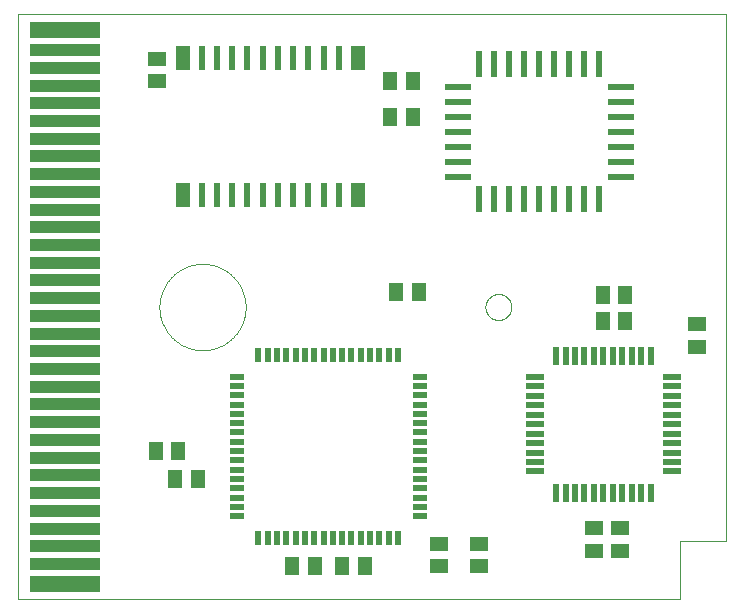
<source format=gtp>
G75*
%MOIN*%
%OFA0B0*%
%FSLAX25Y25*%
%IPPOS*%
%LPD*%
%AMOC8*
5,1,8,0,0,1.08239X$1,22.5*
%
%ADD10C,0.00000*%
%ADD11R,0.04724X0.07874*%
%ADD12R,0.02362X0.07874*%
%ADD13R,0.23622X0.05512*%
%ADD14R,0.23622X0.03937*%
%ADD15R,0.08661X0.02362*%
%ADD16R,0.02362X0.08661*%
%ADD17R,0.02200X0.04700*%
%ADD18R,0.04700X0.02200*%
%ADD19R,0.05906X0.05118*%
%ADD20R,0.05118X0.05906*%
%ADD21R,0.01969X0.05906*%
%ADD22R,0.05906X0.01969*%
D10*
X0001000Y0001000D02*
X0001000Y0196000D01*
X0237000Y0196000D01*
X0237000Y0020500D01*
X0221900Y0020500D01*
X0221900Y0001000D01*
X0001000Y0001000D01*
X0048244Y0098441D02*
X0048248Y0098794D01*
X0048261Y0099146D01*
X0048283Y0099498D01*
X0048313Y0099850D01*
X0048352Y0100200D01*
X0048400Y0100550D01*
X0048456Y0100898D01*
X0048520Y0101244D01*
X0048593Y0101589D01*
X0048675Y0101933D01*
X0048765Y0102274D01*
X0048863Y0102612D01*
X0048969Y0102949D01*
X0049084Y0103282D01*
X0049207Y0103613D01*
X0049338Y0103940D01*
X0049477Y0104264D01*
X0049624Y0104585D01*
X0049778Y0104902D01*
X0049941Y0105215D01*
X0050111Y0105524D01*
X0050288Y0105829D01*
X0050473Y0106129D01*
X0050666Y0106425D01*
X0050865Y0106715D01*
X0051072Y0107001D01*
X0051285Y0107282D01*
X0051506Y0107557D01*
X0051733Y0107827D01*
X0051967Y0108091D01*
X0052207Y0108350D01*
X0052453Y0108602D01*
X0052705Y0108848D01*
X0052964Y0109088D01*
X0053228Y0109322D01*
X0053498Y0109549D01*
X0053773Y0109770D01*
X0054054Y0109983D01*
X0054340Y0110190D01*
X0054630Y0110389D01*
X0054926Y0110582D01*
X0055226Y0110767D01*
X0055531Y0110944D01*
X0055840Y0111114D01*
X0056153Y0111277D01*
X0056470Y0111431D01*
X0056791Y0111578D01*
X0057115Y0111717D01*
X0057442Y0111848D01*
X0057773Y0111971D01*
X0058106Y0112086D01*
X0058443Y0112192D01*
X0058781Y0112290D01*
X0059122Y0112380D01*
X0059466Y0112462D01*
X0059811Y0112535D01*
X0060157Y0112599D01*
X0060505Y0112655D01*
X0060855Y0112703D01*
X0061205Y0112742D01*
X0061557Y0112772D01*
X0061909Y0112794D01*
X0062261Y0112807D01*
X0062614Y0112811D01*
X0062967Y0112807D01*
X0063319Y0112794D01*
X0063671Y0112772D01*
X0064023Y0112742D01*
X0064373Y0112703D01*
X0064723Y0112655D01*
X0065071Y0112599D01*
X0065417Y0112535D01*
X0065762Y0112462D01*
X0066106Y0112380D01*
X0066447Y0112290D01*
X0066785Y0112192D01*
X0067122Y0112086D01*
X0067455Y0111971D01*
X0067786Y0111848D01*
X0068113Y0111717D01*
X0068437Y0111578D01*
X0068758Y0111431D01*
X0069075Y0111277D01*
X0069388Y0111114D01*
X0069697Y0110944D01*
X0070002Y0110767D01*
X0070302Y0110582D01*
X0070598Y0110389D01*
X0070888Y0110190D01*
X0071174Y0109983D01*
X0071455Y0109770D01*
X0071730Y0109549D01*
X0072000Y0109322D01*
X0072264Y0109088D01*
X0072523Y0108848D01*
X0072775Y0108602D01*
X0073021Y0108350D01*
X0073261Y0108091D01*
X0073495Y0107827D01*
X0073722Y0107557D01*
X0073943Y0107282D01*
X0074156Y0107001D01*
X0074363Y0106715D01*
X0074562Y0106425D01*
X0074755Y0106129D01*
X0074940Y0105829D01*
X0075117Y0105524D01*
X0075287Y0105215D01*
X0075450Y0104902D01*
X0075604Y0104585D01*
X0075751Y0104264D01*
X0075890Y0103940D01*
X0076021Y0103613D01*
X0076144Y0103282D01*
X0076259Y0102949D01*
X0076365Y0102612D01*
X0076463Y0102274D01*
X0076553Y0101933D01*
X0076635Y0101589D01*
X0076708Y0101244D01*
X0076772Y0100898D01*
X0076828Y0100550D01*
X0076876Y0100200D01*
X0076915Y0099850D01*
X0076945Y0099498D01*
X0076967Y0099146D01*
X0076980Y0098794D01*
X0076984Y0098441D01*
X0076980Y0098088D01*
X0076967Y0097736D01*
X0076945Y0097384D01*
X0076915Y0097032D01*
X0076876Y0096682D01*
X0076828Y0096332D01*
X0076772Y0095984D01*
X0076708Y0095638D01*
X0076635Y0095293D01*
X0076553Y0094949D01*
X0076463Y0094608D01*
X0076365Y0094270D01*
X0076259Y0093933D01*
X0076144Y0093600D01*
X0076021Y0093269D01*
X0075890Y0092942D01*
X0075751Y0092618D01*
X0075604Y0092297D01*
X0075450Y0091980D01*
X0075287Y0091667D01*
X0075117Y0091358D01*
X0074940Y0091053D01*
X0074755Y0090753D01*
X0074562Y0090457D01*
X0074363Y0090167D01*
X0074156Y0089881D01*
X0073943Y0089600D01*
X0073722Y0089325D01*
X0073495Y0089055D01*
X0073261Y0088791D01*
X0073021Y0088532D01*
X0072775Y0088280D01*
X0072523Y0088034D01*
X0072264Y0087794D01*
X0072000Y0087560D01*
X0071730Y0087333D01*
X0071455Y0087112D01*
X0071174Y0086899D01*
X0070888Y0086692D01*
X0070598Y0086493D01*
X0070302Y0086300D01*
X0070002Y0086115D01*
X0069697Y0085938D01*
X0069388Y0085768D01*
X0069075Y0085605D01*
X0068758Y0085451D01*
X0068437Y0085304D01*
X0068113Y0085165D01*
X0067786Y0085034D01*
X0067455Y0084911D01*
X0067122Y0084796D01*
X0066785Y0084690D01*
X0066447Y0084592D01*
X0066106Y0084502D01*
X0065762Y0084420D01*
X0065417Y0084347D01*
X0065071Y0084283D01*
X0064723Y0084227D01*
X0064373Y0084179D01*
X0064023Y0084140D01*
X0063671Y0084110D01*
X0063319Y0084088D01*
X0062967Y0084075D01*
X0062614Y0084071D01*
X0062261Y0084075D01*
X0061909Y0084088D01*
X0061557Y0084110D01*
X0061205Y0084140D01*
X0060855Y0084179D01*
X0060505Y0084227D01*
X0060157Y0084283D01*
X0059811Y0084347D01*
X0059466Y0084420D01*
X0059122Y0084502D01*
X0058781Y0084592D01*
X0058443Y0084690D01*
X0058106Y0084796D01*
X0057773Y0084911D01*
X0057442Y0085034D01*
X0057115Y0085165D01*
X0056791Y0085304D01*
X0056470Y0085451D01*
X0056153Y0085605D01*
X0055840Y0085768D01*
X0055531Y0085938D01*
X0055226Y0086115D01*
X0054926Y0086300D01*
X0054630Y0086493D01*
X0054340Y0086692D01*
X0054054Y0086899D01*
X0053773Y0087112D01*
X0053498Y0087333D01*
X0053228Y0087560D01*
X0052964Y0087794D01*
X0052705Y0088034D01*
X0052453Y0088280D01*
X0052207Y0088532D01*
X0051967Y0088791D01*
X0051733Y0089055D01*
X0051506Y0089325D01*
X0051285Y0089600D01*
X0051072Y0089881D01*
X0050865Y0090167D01*
X0050666Y0090457D01*
X0050473Y0090753D01*
X0050288Y0091053D01*
X0050111Y0091358D01*
X0049941Y0091667D01*
X0049778Y0091980D01*
X0049624Y0092297D01*
X0049477Y0092618D01*
X0049338Y0092942D01*
X0049207Y0093269D01*
X0049084Y0093600D01*
X0048969Y0093933D01*
X0048863Y0094270D01*
X0048765Y0094608D01*
X0048675Y0094949D01*
X0048593Y0095293D01*
X0048520Y0095638D01*
X0048456Y0095984D01*
X0048400Y0096332D01*
X0048352Y0096682D01*
X0048313Y0097032D01*
X0048283Y0097384D01*
X0048261Y0097736D01*
X0048248Y0098088D01*
X0048244Y0098441D01*
X0156905Y0098441D02*
X0156907Y0098572D01*
X0156913Y0098704D01*
X0156923Y0098835D01*
X0156937Y0098966D01*
X0156955Y0099096D01*
X0156977Y0099225D01*
X0157002Y0099354D01*
X0157032Y0099482D01*
X0157066Y0099609D01*
X0157103Y0099736D01*
X0157144Y0099860D01*
X0157189Y0099984D01*
X0157238Y0100106D01*
X0157290Y0100227D01*
X0157346Y0100345D01*
X0157406Y0100463D01*
X0157469Y0100578D01*
X0157536Y0100691D01*
X0157606Y0100803D01*
X0157679Y0100912D01*
X0157755Y0101018D01*
X0157835Y0101123D01*
X0157918Y0101225D01*
X0158004Y0101324D01*
X0158093Y0101421D01*
X0158185Y0101515D01*
X0158280Y0101606D01*
X0158377Y0101695D01*
X0158477Y0101780D01*
X0158580Y0101862D01*
X0158685Y0101941D01*
X0158792Y0102017D01*
X0158902Y0102089D01*
X0159014Y0102158D01*
X0159128Y0102224D01*
X0159243Y0102286D01*
X0159361Y0102345D01*
X0159480Y0102400D01*
X0159601Y0102452D01*
X0159724Y0102499D01*
X0159848Y0102543D01*
X0159973Y0102584D01*
X0160099Y0102620D01*
X0160227Y0102653D01*
X0160355Y0102681D01*
X0160484Y0102706D01*
X0160614Y0102727D01*
X0160744Y0102744D01*
X0160875Y0102757D01*
X0161006Y0102766D01*
X0161137Y0102771D01*
X0161269Y0102772D01*
X0161400Y0102769D01*
X0161532Y0102762D01*
X0161663Y0102751D01*
X0161793Y0102736D01*
X0161923Y0102717D01*
X0162053Y0102694D01*
X0162181Y0102668D01*
X0162309Y0102637D01*
X0162436Y0102602D01*
X0162562Y0102564D01*
X0162686Y0102522D01*
X0162810Y0102476D01*
X0162931Y0102426D01*
X0163051Y0102373D01*
X0163170Y0102316D01*
X0163287Y0102256D01*
X0163401Y0102192D01*
X0163514Y0102124D01*
X0163625Y0102053D01*
X0163734Y0101979D01*
X0163840Y0101902D01*
X0163944Y0101821D01*
X0164045Y0101738D01*
X0164144Y0101651D01*
X0164240Y0101561D01*
X0164333Y0101468D01*
X0164424Y0101373D01*
X0164511Y0101275D01*
X0164596Y0101174D01*
X0164677Y0101071D01*
X0164755Y0100965D01*
X0164830Y0100857D01*
X0164902Y0100747D01*
X0164970Y0100635D01*
X0165035Y0100521D01*
X0165096Y0100404D01*
X0165154Y0100286D01*
X0165208Y0100166D01*
X0165259Y0100045D01*
X0165306Y0099922D01*
X0165349Y0099798D01*
X0165388Y0099673D01*
X0165424Y0099546D01*
X0165455Y0099418D01*
X0165483Y0099290D01*
X0165507Y0099161D01*
X0165527Y0099031D01*
X0165543Y0098900D01*
X0165555Y0098769D01*
X0165563Y0098638D01*
X0165567Y0098507D01*
X0165567Y0098375D01*
X0165563Y0098244D01*
X0165555Y0098113D01*
X0165543Y0097982D01*
X0165527Y0097851D01*
X0165507Y0097721D01*
X0165483Y0097592D01*
X0165455Y0097464D01*
X0165424Y0097336D01*
X0165388Y0097209D01*
X0165349Y0097084D01*
X0165306Y0096960D01*
X0165259Y0096837D01*
X0165208Y0096716D01*
X0165154Y0096596D01*
X0165096Y0096478D01*
X0165035Y0096361D01*
X0164970Y0096247D01*
X0164902Y0096135D01*
X0164830Y0096025D01*
X0164755Y0095917D01*
X0164677Y0095811D01*
X0164596Y0095708D01*
X0164511Y0095607D01*
X0164424Y0095509D01*
X0164333Y0095414D01*
X0164240Y0095321D01*
X0164144Y0095231D01*
X0164045Y0095144D01*
X0163944Y0095061D01*
X0163840Y0094980D01*
X0163734Y0094903D01*
X0163625Y0094829D01*
X0163514Y0094758D01*
X0163402Y0094690D01*
X0163287Y0094626D01*
X0163170Y0094566D01*
X0163051Y0094509D01*
X0162931Y0094456D01*
X0162810Y0094406D01*
X0162686Y0094360D01*
X0162562Y0094318D01*
X0162436Y0094280D01*
X0162309Y0094245D01*
X0162181Y0094214D01*
X0162053Y0094188D01*
X0161923Y0094165D01*
X0161793Y0094146D01*
X0161663Y0094131D01*
X0161532Y0094120D01*
X0161400Y0094113D01*
X0161269Y0094110D01*
X0161137Y0094111D01*
X0161006Y0094116D01*
X0160875Y0094125D01*
X0160744Y0094138D01*
X0160614Y0094155D01*
X0160484Y0094176D01*
X0160355Y0094201D01*
X0160227Y0094229D01*
X0160099Y0094262D01*
X0159973Y0094298D01*
X0159848Y0094339D01*
X0159724Y0094383D01*
X0159601Y0094430D01*
X0159480Y0094482D01*
X0159361Y0094537D01*
X0159243Y0094596D01*
X0159128Y0094658D01*
X0159014Y0094724D01*
X0158902Y0094793D01*
X0158792Y0094865D01*
X0158685Y0094941D01*
X0158580Y0095020D01*
X0158477Y0095102D01*
X0158377Y0095187D01*
X0158280Y0095276D01*
X0158185Y0095367D01*
X0158093Y0095461D01*
X0158004Y0095558D01*
X0157918Y0095657D01*
X0157835Y0095759D01*
X0157755Y0095864D01*
X0157679Y0095970D01*
X0157606Y0096079D01*
X0157536Y0096191D01*
X0157469Y0096304D01*
X0157406Y0096419D01*
X0157346Y0096537D01*
X0157290Y0096655D01*
X0157238Y0096776D01*
X0157189Y0096898D01*
X0157144Y0097022D01*
X0157103Y0097146D01*
X0157066Y0097273D01*
X0157032Y0097400D01*
X0157002Y0097528D01*
X0156977Y0097657D01*
X0156955Y0097786D01*
X0156937Y0097916D01*
X0156923Y0098047D01*
X0156913Y0098178D01*
X0156907Y0098310D01*
X0156905Y0098441D01*
D11*
X0114291Y0135637D03*
X0114291Y0181306D03*
X0056062Y0181306D03*
X0056062Y0135637D03*
D12*
X0062322Y0135637D03*
X0067401Y0135637D03*
X0072480Y0135637D03*
X0077558Y0135637D03*
X0082637Y0135637D03*
X0087716Y0135637D03*
X0092794Y0135637D03*
X0097873Y0135637D03*
X0102952Y0135637D03*
X0108031Y0135637D03*
X0108031Y0181306D03*
X0102952Y0181306D03*
X0097873Y0181306D03*
X0092794Y0181306D03*
X0087716Y0181306D03*
X0082637Y0181306D03*
X0077558Y0181306D03*
X0072480Y0181306D03*
X0067401Y0181306D03*
X0062322Y0181306D03*
D13*
X0016748Y0190764D03*
X0016748Y0006118D03*
D14*
X0016748Y0012811D03*
X0016748Y0018717D03*
X0016748Y0024622D03*
X0016748Y0030528D03*
X0016748Y0036433D03*
X0016748Y0042339D03*
X0016748Y0048244D03*
X0016748Y0054150D03*
X0016748Y0060055D03*
X0016748Y0065961D03*
X0016748Y0071866D03*
X0016748Y0077772D03*
X0016748Y0083677D03*
X0016748Y0089583D03*
X0016748Y0095488D03*
X0016748Y0101394D03*
X0016748Y0107299D03*
X0016748Y0113205D03*
X0016748Y0119110D03*
X0016748Y0125016D03*
X0016748Y0130921D03*
X0016748Y0136827D03*
X0016748Y0142732D03*
X0016748Y0148638D03*
X0016748Y0154543D03*
X0016748Y0160449D03*
X0016748Y0166354D03*
X0016748Y0172260D03*
X0016748Y0178165D03*
X0016748Y0184071D03*
D15*
X0147635Y0171900D03*
X0147635Y0166900D03*
X0147635Y0161900D03*
X0147635Y0156900D03*
X0147635Y0151900D03*
X0147635Y0146900D03*
X0147635Y0141900D03*
X0201965Y0141900D03*
X0201965Y0146900D03*
X0201965Y0151900D03*
X0201965Y0156900D03*
X0201965Y0161900D03*
X0201965Y0166900D03*
X0201965Y0171900D03*
D16*
X0194800Y0179341D03*
X0189800Y0179341D03*
X0184800Y0179341D03*
X0179800Y0179341D03*
X0174800Y0179341D03*
X0169800Y0179341D03*
X0164800Y0179341D03*
X0159800Y0179341D03*
X0154800Y0179341D03*
X0154800Y0134459D03*
X0159800Y0134459D03*
X0164800Y0134459D03*
X0169800Y0134459D03*
X0174800Y0134459D03*
X0179800Y0134459D03*
X0184800Y0134459D03*
X0189800Y0134459D03*
X0194800Y0134459D03*
D17*
X0127750Y0082550D03*
X0124650Y0082550D03*
X0121550Y0082550D03*
X0118450Y0082550D03*
X0115350Y0082550D03*
X0112250Y0082550D03*
X0109150Y0082550D03*
X0106050Y0082550D03*
X0102950Y0082550D03*
X0099850Y0082550D03*
X0096750Y0082550D03*
X0093650Y0082550D03*
X0090550Y0082550D03*
X0087450Y0082550D03*
X0084350Y0082550D03*
X0081250Y0082550D03*
X0081250Y0021450D03*
X0084350Y0021450D03*
X0087450Y0021450D03*
X0090550Y0021450D03*
X0093650Y0021450D03*
X0096750Y0021450D03*
X0099850Y0021450D03*
X0102950Y0021450D03*
X0106050Y0021450D03*
X0109150Y0021450D03*
X0112250Y0021450D03*
X0115350Y0021450D03*
X0118450Y0021450D03*
X0121550Y0021450D03*
X0124650Y0021450D03*
X0127750Y0021450D03*
D18*
X0135050Y0028750D03*
X0135050Y0031850D03*
X0135050Y0034950D03*
X0135050Y0038050D03*
X0135050Y0041150D03*
X0135050Y0044250D03*
X0135050Y0047350D03*
X0135050Y0050450D03*
X0135050Y0053550D03*
X0135050Y0056650D03*
X0135050Y0059750D03*
X0135050Y0062850D03*
X0135050Y0065950D03*
X0135050Y0069050D03*
X0135050Y0072150D03*
X0135050Y0075250D03*
X0073950Y0075250D03*
X0073950Y0072150D03*
X0073950Y0069050D03*
X0073950Y0065950D03*
X0073950Y0062850D03*
X0073950Y0059750D03*
X0073950Y0056650D03*
X0073950Y0053550D03*
X0073950Y0050450D03*
X0073950Y0047350D03*
X0073950Y0044250D03*
X0073950Y0041150D03*
X0073950Y0038050D03*
X0073950Y0034950D03*
X0073950Y0031850D03*
X0073950Y0028750D03*
D19*
X0141400Y0019540D03*
X0141400Y0012060D03*
X0154600Y0012060D03*
X0154600Y0019540D03*
X0193000Y0017260D03*
X0201800Y0017260D03*
X0201800Y0024740D03*
X0193000Y0024740D03*
X0227400Y0085260D03*
X0227400Y0092740D03*
X0047400Y0173660D03*
X0047400Y0181140D03*
D20*
X0125260Y0173800D03*
X0132740Y0173800D03*
X0132740Y0161800D03*
X0125260Y0161800D03*
X0127126Y0103311D03*
X0134606Y0103311D03*
X0196060Y0102600D03*
X0203540Y0102600D03*
X0203540Y0093800D03*
X0196060Y0093800D03*
X0116740Y0012200D03*
X0109260Y0012200D03*
X0099940Y0012200D03*
X0092460Y0012200D03*
X0060940Y0041000D03*
X0053460Y0041000D03*
X0054440Y0050500D03*
X0046960Y0050500D03*
D21*
X0180452Y0036565D03*
X0183602Y0036565D03*
X0186751Y0036565D03*
X0189901Y0036565D03*
X0193050Y0036565D03*
X0196200Y0036565D03*
X0199350Y0036565D03*
X0202499Y0036565D03*
X0205649Y0036565D03*
X0208798Y0036565D03*
X0211948Y0036565D03*
X0211948Y0082235D03*
X0208798Y0082235D03*
X0205649Y0082235D03*
X0202499Y0082235D03*
X0199350Y0082235D03*
X0196200Y0082235D03*
X0193050Y0082235D03*
X0189901Y0082235D03*
X0186751Y0082235D03*
X0183602Y0082235D03*
X0180452Y0082235D03*
D22*
X0173365Y0075148D03*
X0173365Y0071998D03*
X0173365Y0068849D03*
X0173365Y0065699D03*
X0173365Y0062550D03*
X0173365Y0059400D03*
X0173365Y0056250D03*
X0173365Y0053101D03*
X0173365Y0049951D03*
X0173365Y0046802D03*
X0173365Y0043652D03*
X0219035Y0043652D03*
X0219035Y0046802D03*
X0219035Y0049951D03*
X0219035Y0053101D03*
X0219035Y0056250D03*
X0219035Y0059400D03*
X0219035Y0062550D03*
X0219035Y0065699D03*
X0219035Y0068849D03*
X0219035Y0071998D03*
X0219035Y0075148D03*
M02*

</source>
